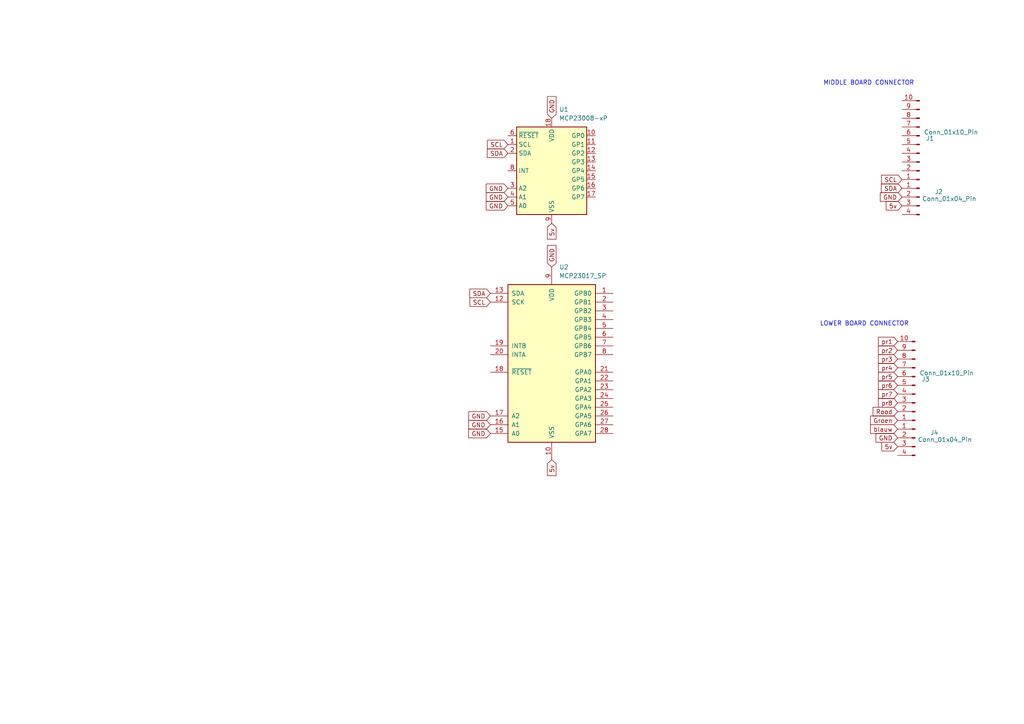
<source format=kicad_sch>
(kicad_sch (version 20250114) (generator "eeschema") (generator_version "9.0")
  (paper "A4")
  (lib_symbols
    (symbol "Connector:Conn_01x04_Pin" (pin_names (offset 1.016) (hide yes))
      (property "Reference" "J" (at 0 5.08 0))
      (property "Value" "Conn_01x04_Pin" (at 0 -7.62 0))
      (symbol "Conn_01x04_Pin_1_1"
        (rectangle (start 0.8636 2.667) (end 0 2.413) (stroke (width 0.1524)) (fill (type outline)))
        (rectangle (start 0.8636 0.127) (end 0 -0.127) (stroke (width 0.1524)) (fill (type outline)))
        (rectangle (start 0.8636 -2.413) (end 0 -2.667) (stroke (width 0.1524)) (fill (type outline)))
        (rectangle (start 0.8636 -4.953) (end 0 -5.207) (stroke (width 0.1524)) (fill (type outline)))
        (polyline (pts (xy 1.27 2.54) (xy 0.8636 2.54)) (stroke (width 0.1524)))
        (polyline (pts (xy 1.27 0) (xy 0.8636 0)) (stroke (width 0.1524)))
        (polyline (pts (xy 1.27 -2.54) (xy 0.8636 -2.54)) (stroke (width 0.1524)))
        (polyline (pts (xy 1.27 -5.08) (xy 0.8636 -5.08)) (stroke (width 0.1524)))
        (pin passive line (at 5.08 2.54 180) (length 3.81) (name "Pin_1") (number "1"))
        (pin passive line (at 5.08 0 180) (length 3.81) (name "Pin_2") (number "2"))
        (pin passive line (at 5.08 -2.54 180) (length 3.81) (name "Pin_3") (number "3"))
        (pin passive line (at 5.08 -5.08 180) (length 3.81) (name "Pin_4") (number "4"))
      )
    )
    (symbol "Connector:Conn_01x10_Pin" (pin_names (offset 1.016) (hide yes))
      (property "Reference" "J" (at 0 12.7 0))
      (property "Value" "Conn_01x10_Pin" (at 0 -15.24 0))
      (symbol "Conn_01x10_Pin_1_1"
        (rectangle (start 0.8636 10.287) (end 0 10.033) (stroke (width 0.1524)) (fill (type outline)))
        (rectangle (start 0.8636 7.747) (end 0 7.493) (stroke (width 0.1524)) (fill (type outline)))
        (rectangle (start 0.8636 5.207) (end 0 4.953) (stroke (width 0.1524)) (fill (type outline)))
        (rectangle (start 0.8636 2.667) (end 0 2.413) (stroke (width 0.1524)) (fill (type outline)))
        (rectangle (start 0.8636 0.127) (end 0 -0.127) (stroke (width 0.1524)) (fill (type outline)))
        (rectangle (start 0.8636 -2.413) (end 0 -2.667) (stroke (width 0.1524)) (fill (type outline)))
        (rectangle (start 0.8636 -4.953) (end 0 -5.207) (stroke (width 0.1524)) (fill (type outline)))
        (rectangle (start 0.8636 -7.493) (end 0 -7.747) (stroke (width 0.1524)) (fill (type outline)))
        (rectangle (start 0.8636 -10.033) (end 0 -10.287) (stroke (width 0.1524)) (fill (type outline)))
        (rectangle (start 0.8636 -12.573) (end 0 -12.827) (stroke (width 0.1524)) (fill (type outline)))
        (polyline (pts (xy 1.27 10.16) (xy 0.8636 10.16)) (stroke (width 0.1524)))
        (polyline (pts (xy 1.27 7.62) (xy 0.8636 7.62)) (stroke (width 0.1524)))
        (polyline (pts (xy 1.27 5.08) (xy 0.8636 5.08)) (stroke (width 0.1524)))
        (polyline (pts (xy 1.27 2.54) (xy 0.8636 2.54)) (stroke (width 0.1524)))
        (polyline (pts (xy 1.27 0) (xy 0.8636 0)) (stroke (width 0.1524)))
        (polyline (pts (xy 1.27 -2.54) (xy 0.8636 -2.54)) (stroke (width 0.1524)))
        (polyline (pts (xy 1.27 -5.08) (xy 0.8636 -5.08)) (stroke (width 0.1524)))
        (polyline (pts (xy 1.27 -7.62) (xy 0.8636 -7.62)) (stroke (width 0.1524)))
        (polyline (pts (xy 1.27 -10.16) (xy 0.8636 -10.16)) (stroke (width 0.1524)))
        (polyline (pts (xy 1.27 -12.7) (xy 0.8636 -12.7)) (stroke (width 0.1524)))
        (pin passive line (at 5.08 10.16 180) (length 3.81) (name "Pin_1") (number "1"))
        (pin passive line (at 5.08 7.62 180) (length 3.81) (name "Pin_2") (number "2"))
        (pin passive line (at 5.08 5.08 180) (length 3.81) (name "Pin_3") (number "3"))
        (pin passive line (at 5.08 2.54 180) (length 3.81) (name "Pin_4") (number "4"))
        (pin passive line (at 5.08 0 180) (length 3.81) (name "Pin_5") (number "5"))
        (pin passive line (at 5.08 -2.54 180) (length 3.81) (name "Pin_6") (number "6"))
        (pin passive line (at 5.08 -5.08 180) (length 3.81) (name "Pin_7") (number "7"))
        (pin passive line (at 5.08 -7.62 180) (length 3.81) (name "Pin_8") (number "8"))
        (pin passive line (at 5.08 -10.16 180) (length 3.81) (name "Pin_9") (number "9"))
        (pin passive line (at 5.08 -12.7 180) (length 3.81) (name "Pin_10") (number "10"))
      )
    )
    (symbol "Interface_Expansion:MCP23008-xP"
      (property "Reference" "U" (at -8.89 13.97 0))
      (property "Value" "MCP23008-xP" (at 8.89 13.97 0))
      (symbol "MCP23008-xP_0_1"
        (rectangle (start -10.16 12.7) (end 10.16 -12.7) (stroke (width 0.254)) (fill (type background)))
      )
      (symbol "MCP23008-xP_1_1"
        (pin input line (at -12.7 10.16 0) (length 2.54) (name "~{RESET}") (number "6"))
        (pin input line (at -12.7 7.62 0) (length 2.54) (name "SCL") (number "1"))
        (pin bidirectional line (at -12.7 5.08 0) (length 2.54) (name "SDA") (number "2"))
        (pin output line (at -12.7 0 0) (length 2.54) (name "INT") (number "8"))
        (pin input line (at -12.7 -5.08 0) (length 2.54) (name "A2") (number "3"))
        (pin input line (at -12.7 -7.62 0) (length 2.54) (name "A1") (number "4"))
        (pin input line (at -12.7 -10.16 0) (length 2.54) (name "A0") (number "5"))
        (pin no_connect line (at -10.16 -2.54 0) (length 2.54) (hide yes) (name "NC") (number "7"))
        (pin power_in line (at 0 15.24 270) (length 2.54) (name "VDD") (number "18"))
        (pin power_in line (at 0 -15.24 90) (length 2.54) (name "VSS") (number "9"))
        (pin bidirectional line (at 12.7 10.16 180) (length 2.54) (name "GP0") (number "10"))
        (pin bidirectional line (at 12.7 7.62 180) (length 2.54) (name "GP1") (number "11"))
        (pin bidirectional line (at 12.7 5.08 180) (length 2.54) (name "GP2") (number "12"))
        (pin bidirectional line (at 12.7 2.54 180) (length 2.54) (name "GP3") (number "13"))
        (pin bidirectional line (at 12.7 0 180) (length 2.54) (name "GP4") (number "14"))
        (pin bidirectional line (at 12.7 -2.54 180) (length 2.54) (name "GP5") (number "15"))
        (pin bidirectional line (at 12.7 -5.08 180) (length 2.54) (name "GP6") (number "16"))
        (pin bidirectional line (at 12.7 -7.62 180) (length 2.54) (name "GP7") (number "17"))
      )
    )
    (symbol "Interface_Expansion:MCP23017_SP" (pin_names (offset 1.016))
      (property "Reference" "U" (at -11.43 24.13 0))
      (property "Value" "MCP23017_SP" (at 0 0 0))
      (symbol "MCP23017_SP_0_1"
        (rectangle (start -12.7 22.86) (end 12.7 -22.86) (stroke (width 0.254)) (fill (type background)))
      )
      (symbol "MCP23017_SP_1_1"
        (pin bidirectional line (at -17.78 20.32 0) (length 5.08) (name "SDA") (number "13"))
        (pin input line (at -17.78 17.78 0) (length 5.08) (name "SCK") (number "12"))
        (pin tri_state line (at -17.78 5.08 0) (length 5.08) (name "INTB") (number "19"))
        (pin tri_state line (at -17.78 2.54 0) (length 5.08) (name "INTA") (number "20"))
        (pin input line (at -17.78 -2.54 0) (length 5.08) (name "~{RESET}") (number "18"))
        (pin input line (at -17.78 -15.24 0) (length 5.08) (name "A2") (number "17"))
        (pin input line (at -17.78 -17.78 0) (length 5.08) (name "A1") (number "16"))
        (pin input line (at -17.78 -20.32 0) (length 5.08) (name "A0") (number "15"))
        (pin no_connect line (at -12.7 15.24 0) (length 5.08) (hide yes) (name "NC") (number "11"))
        (pin no_connect line (at -12.7 12.7 0) (length 5.08) (hide yes) (name "NC") (number "14"))
        (pin power_in line (at 0 27.94 270) (length 5.08) (name "VDD") (number "9"))
        (pin power_in line (at 0 -27.94 90) (length 5.08) (name "VSS") (number "10"))
        (pin bidirectional line (at 17.78 20.32 180) (length 5.08) (name "GPB0") (number "1"))
        (pin bidirectional line (at 17.78 17.78 180) (length 5.08) (name "GPB1") (number "2"))
        (pin bidirectional line (at 17.78 15.24 180) (length 5.08) (name "GPB2") (number "3"))
        (pin bidirectional line (at 17.78 12.7 180) (length 5.08) (name "GPB3") (number "4"))
        (pin bidirectional line (at 17.78 10.16 180) (length 5.08) (name "GPB4") (number "5"))
        (pin bidirectional line (at 17.78 7.62 180) (length 5.08) (name "GPB5") (number "6"))
        (pin bidirectional line (at 17.78 5.08 180) (length 5.08) (name "GPB6") (number "7"))
        (pin output line (at 17.78 2.54 180) (length 5.08) (name "GPB7") (number "8"))
        (pin bidirectional line (at 17.78 -2.54 180) (length 5.08) (name "GPA0") (number "21"))
        (pin bidirectional line (at 17.78 -5.08 180) (length 5.08) (name "GPA1") (number "22"))
        (pin bidirectional line (at 17.78 -7.62 180) (length 5.08) (name "GPA2") (number "23"))
        (pin bidirectional line (at 17.78 -10.16 180) (length 5.08) (name "GPA3") (number "24"))
        (pin bidirectional line (at 17.78 -12.7 180) (length 5.08) (name "GPA4") (number "25"))
        (pin bidirectional line (at 17.78 -15.24 180) (length 5.08) (name "GPA5") (number "26"))
        (pin bidirectional line (at 17.78 -17.78 180) (length 5.08) (name "GPA6") (number "27"))
        (pin output line (at 17.78 -20.32 180) (length 5.08) (name "GPA7") (number "28"))
      )
    )
  )
  (text "MIDDLE BOARD CONNECTOR\n" (at 251.968 24.13 0) (effects (font (size 1.27 1.27))))
  (text "LOWER BOARD CONNECTOR\n" (at 250.698 93.98 0) (effects (font (size 1.27 1.27))))
  (global_label "GND" (shape input) (at 160.02 77.47 90) (property "Intersheetrefs" "${INTERSHEET_REFS}" (effects (hide yes))))
  (global_label "GND" (shape input) (at 142.24 123.19 180) (property "Intersheetrefs" "${INTERSHEET_REFS}" (effects (hide yes))))
  (global_label "SDA" (shape input) (at 261.62 54.61 180) (property "Intersheetrefs" "${INTERSHEET_REFS}" (effects (hide yes))))
  (global_label "SCL" (shape input) (at 142.24 87.63 180) (property "Intersheetrefs" "${INTERSHEET_REFS}" (effects (hide yes))))
  (global_label "GND" (shape input) (at 147.32 54.61 180) (property "Intersheetrefs" "${INTERSHEET_REFS}" (effects (hide yes))))
  (global_label "Rood" (shape input) (at 260.35 119.38 180) (property "Intersheetrefs" "${INTERSHEET_REFS}" (effects (hide yes))))
  (global_label "pr3" (shape input) (at 260.35 104.14 180) (property "Intersheetrefs" "${INTERSHEET_REFS}" (effects (hide yes))))
  (global_label "SCL" (shape input) (at 147.32 41.91 180) (property "Intersheetrefs" "${INTERSHEET_REFS}" (effects (hide yes))))
  (global_label "SCL" (shape input) (at 261.62 52.07 180) (property "Intersheetrefs" "${INTERSHEET_REFS}" (effects (hide yes))))
  (global_label "pr8" (shape input) (at 260.35 116.84 180) (property "Intersheetrefs" "${INTERSHEET_REFS}" (effects (hide yes))))
  (global_label "GND" (shape input) (at 147.32 59.69 180) (property "Intersheetrefs" "${INTERSHEET_REFS}" (effects (hide yes))))
  (global_label "pr4" (shape input) (at 260.35 106.68 180) (property "Intersheetrefs" "${INTERSHEET_REFS}" (effects (hide yes))))
  (global_label "pr7" (shape input) (at 260.35 114.3 180) (property "Intersheetrefs" "${INTERSHEET_REFS}" (effects (hide yes))))
  (global_label "SDA" (shape input) (at 147.32 44.45 180) (property "Intersheetrefs" "${INTERSHEET_REFS}" (effects (hide yes))))
  (global_label "GND" (shape input) (at 142.24 125.73 180) (property "Intersheetrefs" "${INTERSHEET_REFS}" (effects (hide yes))))
  (global_label "SDA" (shape input) (at 142.24 85.09 180) (property "Intersheetrefs" "${INTERSHEET_REFS}" (effects (hide yes))))
  (global_label "GND" (shape input) (at 147.32 57.15 180) (property "Intersheetrefs" "${INTERSHEET_REFS}" (effects (hide yes))))
  (global_label "5v" (shape input) (at 160.02 64.77 270) (property "Intersheetrefs" "${INTERSHEET_REFS}" (effects (hide yes))))
  (global_label "5v" (shape input) (at 160.02 133.35 270) (property "Intersheetrefs" "${INTERSHEET_REFS}" (effects (hide yes))))
  (global_label "pr6" (shape input) (at 260.35 111.76 180) (property "Intersheetrefs" "${INTERSHEET_REFS}" (effects (hide yes))))
  (global_label "pr5" (shape input) (at 260.35 109.22 180) (property "Intersheetrefs" "${INTERSHEET_REFS}" (effects (hide yes))))
  (global_label "5v" (shape input) (at 261.62 59.69 180) (property "Intersheetrefs" "${INTERSHEET_REFS}" (effects (hide yes))))
  (global_label "GND" (shape input) (at 160.02 34.29 90) (property "Intersheetrefs" "${INTERSHEET_REFS}" (effects (hide yes))))
  (global_label "5v" (shape input) (at 260.35 129.54 180) (property "Intersheetrefs" "${INTERSHEET_REFS}" (effects (hide yes))))
  (global_label "Groen" (shape input) (at 260.35 121.92 180) (property "Intersheetrefs" "${INTERSHEET_REFS}" (effects (hide yes))))
  (global_label "GND" (shape input) (at 260.35 127 180) (property "Intersheetrefs" "${INTERSHEET_REFS}" (effects (hide yes))))
  (global_label "pr1" (shape input) (at 260.35 99.06 180) (property "Intersheetrefs" "${INTERSHEET_REFS}" (effects (hide yes))))
  (global_label "blauw" (shape input) (at 260.35 124.46 180) (property "Intersheetrefs" "${INTERSHEET_REFS}" (effects (hide yes))))
  (global_label "GND" (shape input) (at 142.24 120.65 180) (property "Intersheetrefs" "${INTERSHEET_REFS}" (effects (hide yes))))
  (global_label "pr2" (shape input) (at 260.35 101.6 180) (property "Intersheetrefs" "${INTERSHEET_REFS}" (effects (hide yes))))
  (global_label "GND" (shape input) (at 261.62 57.15 180) (property "Intersheetrefs" "${INTERSHEET_REFS}" (effects (hide yes))))
  (symbol (lib_id "Interface_Expansion:MCP23017_SP") (at 160.02 105.41 0) (unit 1)
    (property "Reference" "U2" (at 162.1633 77.47 0) (effects (justify left)))
    (property "Value" "MCP23017_SP" (at 162.1633 80.01 0) (effects (justify left)))
    (property "Footprint" "Package_DIP:DIP-28_W7.62mm" (effects (hide yes)))
    (property "Datasheet" "https://ww1.microchip.com/downloads/aemDocuments/documents/APID/ProductDocuments/DataSheets/MCP23017-Data-Sheet-DS20001952.pdf" (effects (hide yes)))
    (property "Description" "16-bit I/O expander, I2C, interrupts, w pull-ups, SPDIP-28" (effects (hide yes)))
  )
  (symbol (lib_id "Connector:Conn_01x04_Pin") (at 265.43 127 0) (mirror y) (unit 1)
    (property "Reference" "J4" (at 271.018 125.476 0))
    (property "Value" "Conn_01x04_Pin" (at 274.066 127.508 0))
    (property "Description" "Generic connector, single row, 01x04, script generated" (effects (hide yes)))
  )
  (symbol (lib_id "Connector:Conn_01x10_Pin") (at 265.43 111.76 180) (unit 1)
    (property "Reference" "J3" (at 268.478 109.982 0))
    (property "Value" "Conn_01x10_Pin" (at 274.574 108.204 0))
    (property "Description" "Generic connector, single row, 01x10, script generated" (effects (hide yes)))
  )
  (symbol (lib_id "Interface_Expansion:MCP23008-xP") (at 160.02 49.53 0) (unit 1)
    (property "Reference" "U1" (at 162.1633 31.75 0) (effects (justify left)))
    (property "Value" "MCP23008-xP" (at 162.1633 34.29 0) (effects (justify left)))
    (property "Footprint" "Package_DIP:DIP-18_W7.62mm" (effects (hide yes)))
    (property "Datasheet" "http://ww1.microchip.com/downloads/en/DeviceDoc/MCP23008-MCP23S08-Data-Sheet-20001919F.pdf" (effects (hide yes)))
    (property "Description" "8-bit I/O expander, I2C, interrupts, PDIP-18" (effects (hide yes)))
  )
  (symbol (lib_id "Connector:Conn_01x04_Pin") (at 266.7 57.15 0) (mirror y) (unit 1)
    (property "Reference" "J2" (at 272.288 55.626 0))
    (property "Value" "Conn_01x04_Pin" (at 275.336 57.658 0))
    (property "Description" "Generic connector, single row, 01x04, script generated" (effects (hide yes)))
  )
  (symbol (lib_id "Connector:Conn_01x10_Pin") (at 266.7 41.91 180) (unit 1)
    (property "Reference" "J1" (at 269.748 40.132 0))
    (property "Value" "Conn_01x10_Pin" (at 275.844 38.354 0))
    (property "Description" "Generic connector, single row, 01x10, script generated" (effects (hide yes)))
  )
)
</source>
